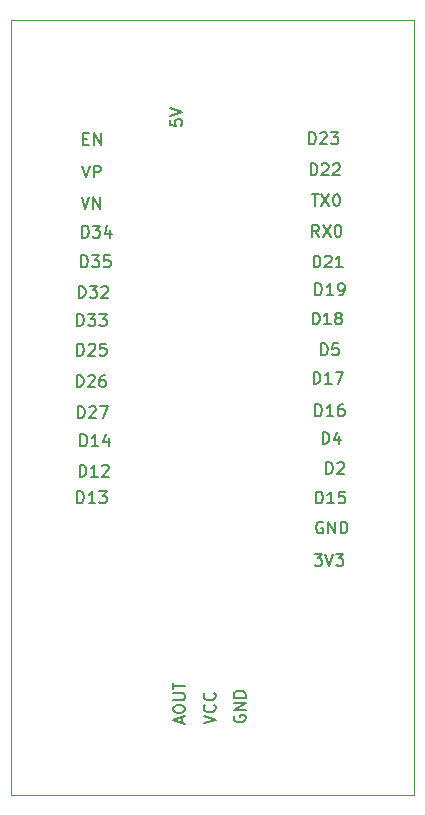
<source format=gto>
G04 #@! TF.GenerationSoftware,KiCad,Pcbnew,(6.0.11-0)*
G04 #@! TF.CreationDate,2024-10-21T12:17:15+07:00*
G04 #@! TF.ProjectId,1,312e6b69-6361-4645-9f70-636258585858,rev?*
G04 #@! TF.SameCoordinates,Original*
G04 #@! TF.FileFunction,Legend,Top*
G04 #@! TF.FilePolarity,Positive*
%FSLAX46Y46*%
G04 Gerber Fmt 4.6, Leading zero omitted, Abs format (unit mm)*
G04 Created by KiCad (PCBNEW (6.0.11-0)) date 2024-10-21 12:17:15*
%MOMM*%
%LPD*%
G01*
G04 APERTURE LIST*
%ADD10C,0.150000*%
%ADD11C,0.120000*%
%ADD12C,1.800000*%
G04 APERTURE END LIST*
D10*
X131901904Y-66832380D02*
X131901904Y-65832380D01*
X132140000Y-65832380D01*
X132282857Y-65880000D01*
X132378095Y-65975238D01*
X132425714Y-66070476D01*
X132473333Y-66260952D01*
X132473333Y-66403809D01*
X132425714Y-66594285D01*
X132378095Y-66689523D01*
X132282857Y-66784761D01*
X132140000Y-66832380D01*
X131901904Y-66832380D01*
X132854285Y-65927619D02*
X132901904Y-65880000D01*
X132997142Y-65832380D01*
X133235238Y-65832380D01*
X133330476Y-65880000D01*
X133378095Y-65927619D01*
X133425714Y-66022857D01*
X133425714Y-66118095D01*
X133378095Y-66260952D01*
X132806666Y-66832380D01*
X133425714Y-66832380D01*
X111182857Y-43372380D02*
X111516190Y-44372380D01*
X111849523Y-43372380D01*
X112182857Y-44372380D02*
X112182857Y-43372380D01*
X112754285Y-44372380D01*
X112754285Y-43372380D01*
X130681904Y-43142380D02*
X131253333Y-43142380D01*
X130967619Y-44142380D02*
X130967619Y-43142380D01*
X131491428Y-43142380D02*
X132158095Y-44142380D01*
X132158095Y-43142380D02*
X131491428Y-44142380D01*
X132729523Y-43142380D02*
X132824761Y-43142380D01*
X132920000Y-43190000D01*
X132967619Y-43237619D01*
X133015238Y-43332857D01*
X133062857Y-43523333D01*
X133062857Y-43761428D01*
X133015238Y-43951904D01*
X132967619Y-44047142D01*
X132920000Y-44094761D01*
X132824761Y-44142380D01*
X132729523Y-44142380D01*
X132634285Y-44094761D01*
X132586666Y-44047142D01*
X132539047Y-43951904D01*
X132491428Y-43761428D01*
X132491428Y-43523333D01*
X132539047Y-43332857D01*
X132586666Y-43237619D01*
X132634285Y-43190000D01*
X132729523Y-43142380D01*
X111165714Y-49332380D02*
X111165714Y-48332380D01*
X111403809Y-48332380D01*
X111546666Y-48380000D01*
X111641904Y-48475238D01*
X111689523Y-48570476D01*
X111737142Y-48760952D01*
X111737142Y-48903809D01*
X111689523Y-49094285D01*
X111641904Y-49189523D01*
X111546666Y-49284761D01*
X111403809Y-49332380D01*
X111165714Y-49332380D01*
X112070476Y-48332380D02*
X112689523Y-48332380D01*
X112356190Y-48713333D01*
X112499047Y-48713333D01*
X112594285Y-48760952D01*
X112641904Y-48808571D01*
X112689523Y-48903809D01*
X112689523Y-49141904D01*
X112641904Y-49237142D01*
X112594285Y-49284761D01*
X112499047Y-49332380D01*
X112213333Y-49332380D01*
X112118095Y-49284761D01*
X112070476Y-49237142D01*
X113594285Y-48332380D02*
X113118095Y-48332380D01*
X113070476Y-48808571D01*
X113118095Y-48760952D01*
X113213333Y-48713333D01*
X113451428Y-48713333D01*
X113546666Y-48760952D01*
X113594285Y-48808571D01*
X113641904Y-48903809D01*
X113641904Y-49141904D01*
X113594285Y-49237142D01*
X113546666Y-49284761D01*
X113451428Y-49332380D01*
X113213333Y-49332380D01*
X113118095Y-49284761D01*
X113070476Y-49237142D01*
X111331904Y-38468571D02*
X111665238Y-38468571D01*
X111808095Y-38992380D02*
X111331904Y-38992380D01*
X111331904Y-37992380D01*
X111808095Y-37992380D01*
X112236666Y-38992380D02*
X112236666Y-37992380D01*
X112808095Y-38992380D01*
X112808095Y-37992380D01*
X110825714Y-69302380D02*
X110825714Y-68302380D01*
X111063809Y-68302380D01*
X111206666Y-68350000D01*
X111301904Y-68445238D01*
X111349523Y-68540476D01*
X111397142Y-68730952D01*
X111397142Y-68873809D01*
X111349523Y-69064285D01*
X111301904Y-69159523D01*
X111206666Y-69254761D01*
X111063809Y-69302380D01*
X110825714Y-69302380D01*
X112349523Y-69302380D02*
X111778095Y-69302380D01*
X112063809Y-69302380D02*
X112063809Y-68302380D01*
X111968571Y-68445238D01*
X111873333Y-68540476D01*
X111778095Y-68588095D01*
X112682857Y-68302380D02*
X113301904Y-68302380D01*
X112968571Y-68683333D01*
X113111428Y-68683333D01*
X113206666Y-68730952D01*
X113254285Y-68778571D01*
X113301904Y-68873809D01*
X113301904Y-69111904D01*
X113254285Y-69207142D01*
X113206666Y-69254761D01*
X113111428Y-69302380D01*
X112825714Y-69302380D01*
X112730476Y-69254761D01*
X112682857Y-69207142D01*
X130445714Y-38902380D02*
X130445714Y-37902380D01*
X130683809Y-37902380D01*
X130826666Y-37950000D01*
X130921904Y-38045238D01*
X130969523Y-38140476D01*
X131017142Y-38330952D01*
X131017142Y-38473809D01*
X130969523Y-38664285D01*
X130921904Y-38759523D01*
X130826666Y-38854761D01*
X130683809Y-38902380D01*
X130445714Y-38902380D01*
X131398095Y-37997619D02*
X131445714Y-37950000D01*
X131540952Y-37902380D01*
X131779047Y-37902380D01*
X131874285Y-37950000D01*
X131921904Y-37997619D01*
X131969523Y-38092857D01*
X131969523Y-38188095D01*
X131921904Y-38330952D01*
X131350476Y-38902380D01*
X131969523Y-38902380D01*
X132302857Y-37902380D02*
X132921904Y-37902380D01*
X132588571Y-38283333D01*
X132731428Y-38283333D01*
X132826666Y-38330952D01*
X132874285Y-38378571D01*
X132921904Y-38473809D01*
X132921904Y-38711904D01*
X132874285Y-38807142D01*
X132826666Y-38854761D01*
X132731428Y-38902380D01*
X132445714Y-38902380D01*
X132350476Y-38854761D01*
X132302857Y-38807142D01*
X130575714Y-41542380D02*
X130575714Y-40542380D01*
X130813809Y-40542380D01*
X130956666Y-40590000D01*
X131051904Y-40685238D01*
X131099523Y-40780476D01*
X131147142Y-40970952D01*
X131147142Y-41113809D01*
X131099523Y-41304285D01*
X131051904Y-41399523D01*
X130956666Y-41494761D01*
X130813809Y-41542380D01*
X130575714Y-41542380D01*
X131528095Y-40637619D02*
X131575714Y-40590000D01*
X131670952Y-40542380D01*
X131909047Y-40542380D01*
X132004285Y-40590000D01*
X132051904Y-40637619D01*
X132099523Y-40732857D01*
X132099523Y-40828095D01*
X132051904Y-40970952D01*
X131480476Y-41542380D01*
X132099523Y-41542380D01*
X132480476Y-40637619D02*
X132528095Y-40590000D01*
X132623333Y-40542380D01*
X132861428Y-40542380D01*
X132956666Y-40590000D01*
X133004285Y-40637619D01*
X133051904Y-40732857D01*
X133051904Y-40828095D01*
X133004285Y-40970952D01*
X132432857Y-41542380D01*
X133051904Y-41542380D01*
X131608095Y-70910000D02*
X131512857Y-70862380D01*
X131370000Y-70862380D01*
X131227142Y-70910000D01*
X131131904Y-71005238D01*
X131084285Y-71100476D01*
X131036666Y-71290952D01*
X131036666Y-71433809D01*
X131084285Y-71624285D01*
X131131904Y-71719523D01*
X131227142Y-71814761D01*
X131370000Y-71862380D01*
X131465238Y-71862380D01*
X131608095Y-71814761D01*
X131655714Y-71767142D01*
X131655714Y-71433809D01*
X131465238Y-71433809D01*
X132084285Y-71862380D02*
X132084285Y-70862380D01*
X132655714Y-71862380D01*
X132655714Y-70862380D01*
X133131904Y-71862380D02*
X133131904Y-70862380D01*
X133370000Y-70862380D01*
X133512857Y-70910000D01*
X133608095Y-71005238D01*
X133655714Y-71100476D01*
X133703333Y-71290952D01*
X133703333Y-71433809D01*
X133655714Y-71624285D01*
X133608095Y-71719523D01*
X133512857Y-71814761D01*
X133370000Y-71862380D01*
X133131904Y-71862380D01*
X131591904Y-64282380D02*
X131591904Y-63282380D01*
X131830000Y-63282380D01*
X131972857Y-63330000D01*
X132068095Y-63425238D01*
X132115714Y-63520476D01*
X132163333Y-63710952D01*
X132163333Y-63853809D01*
X132115714Y-64044285D01*
X132068095Y-64139523D01*
X131972857Y-64234761D01*
X131830000Y-64282380D01*
X131591904Y-64282380D01*
X133020476Y-63615714D02*
X133020476Y-64282380D01*
X132782380Y-63234761D02*
X132544285Y-63949047D01*
X133163333Y-63949047D01*
X131277142Y-46742380D02*
X130943809Y-46266190D01*
X130705714Y-46742380D02*
X130705714Y-45742380D01*
X131086666Y-45742380D01*
X131181904Y-45790000D01*
X131229523Y-45837619D01*
X131277142Y-45932857D01*
X131277142Y-46075714D01*
X131229523Y-46170952D01*
X131181904Y-46218571D01*
X131086666Y-46266190D01*
X130705714Y-46266190D01*
X131610476Y-45742380D02*
X132277142Y-46742380D01*
X132277142Y-45742380D02*
X131610476Y-46742380D01*
X132848571Y-45742380D02*
X132943809Y-45742380D01*
X133039047Y-45790000D01*
X133086666Y-45837619D01*
X133134285Y-45932857D01*
X133181904Y-46123333D01*
X133181904Y-46361428D01*
X133134285Y-46551904D01*
X133086666Y-46647142D01*
X133039047Y-46694761D01*
X132943809Y-46742380D01*
X132848571Y-46742380D01*
X132753333Y-46694761D01*
X132705714Y-46647142D01*
X132658095Y-46551904D01*
X132610476Y-46361428D01*
X132610476Y-46123333D01*
X132658095Y-45932857D01*
X132705714Y-45837619D01*
X132753333Y-45790000D01*
X132848571Y-45742380D01*
X111225714Y-46812380D02*
X111225714Y-45812380D01*
X111463809Y-45812380D01*
X111606666Y-45860000D01*
X111701904Y-45955238D01*
X111749523Y-46050476D01*
X111797142Y-46240952D01*
X111797142Y-46383809D01*
X111749523Y-46574285D01*
X111701904Y-46669523D01*
X111606666Y-46764761D01*
X111463809Y-46812380D01*
X111225714Y-46812380D01*
X112130476Y-45812380D02*
X112749523Y-45812380D01*
X112416190Y-46193333D01*
X112559047Y-46193333D01*
X112654285Y-46240952D01*
X112701904Y-46288571D01*
X112749523Y-46383809D01*
X112749523Y-46621904D01*
X112701904Y-46717142D01*
X112654285Y-46764761D01*
X112559047Y-46812380D01*
X112273333Y-46812380D01*
X112178095Y-46764761D01*
X112130476Y-46717142D01*
X113606666Y-46145714D02*
X113606666Y-46812380D01*
X113368571Y-45764761D02*
X113130476Y-46479047D01*
X113749523Y-46479047D01*
X130765714Y-54162380D02*
X130765714Y-53162380D01*
X131003809Y-53162380D01*
X131146666Y-53210000D01*
X131241904Y-53305238D01*
X131289523Y-53400476D01*
X131337142Y-53590952D01*
X131337142Y-53733809D01*
X131289523Y-53924285D01*
X131241904Y-54019523D01*
X131146666Y-54114761D01*
X131003809Y-54162380D01*
X130765714Y-54162380D01*
X132289523Y-54162380D02*
X131718095Y-54162380D01*
X132003809Y-54162380D02*
X132003809Y-53162380D01*
X131908571Y-53305238D01*
X131813333Y-53400476D01*
X131718095Y-53448095D01*
X132860952Y-53590952D02*
X132765714Y-53543333D01*
X132718095Y-53495714D01*
X132670476Y-53400476D01*
X132670476Y-53352857D01*
X132718095Y-53257619D01*
X132765714Y-53210000D01*
X132860952Y-53162380D01*
X133051428Y-53162380D01*
X133146666Y-53210000D01*
X133194285Y-53257619D01*
X133241904Y-53352857D01*
X133241904Y-53400476D01*
X133194285Y-53495714D01*
X133146666Y-53543333D01*
X133051428Y-53590952D01*
X132860952Y-53590952D01*
X132765714Y-53638571D01*
X132718095Y-53686190D01*
X132670476Y-53781428D01*
X132670476Y-53971904D01*
X132718095Y-54067142D01*
X132765714Y-54114761D01*
X132860952Y-54162380D01*
X133051428Y-54162380D01*
X133146666Y-54114761D01*
X133194285Y-54067142D01*
X133241904Y-53971904D01*
X133241904Y-53781428D01*
X133194285Y-53686190D01*
X133146666Y-53638571D01*
X133051428Y-53590952D01*
X124120000Y-87281904D02*
X124072380Y-87377142D01*
X124072380Y-87520000D01*
X124120000Y-87662857D01*
X124215238Y-87758095D01*
X124310476Y-87805714D01*
X124500952Y-87853333D01*
X124643809Y-87853333D01*
X124834285Y-87805714D01*
X124929523Y-87758095D01*
X125024761Y-87662857D01*
X125072380Y-87520000D01*
X125072380Y-87424761D01*
X125024761Y-87281904D01*
X124977142Y-87234285D01*
X124643809Y-87234285D01*
X124643809Y-87424761D01*
X125072380Y-86805714D02*
X124072380Y-86805714D01*
X125072380Y-86234285D01*
X124072380Y-86234285D01*
X125072380Y-85758095D02*
X124072380Y-85758095D01*
X124072380Y-85520000D01*
X124120000Y-85377142D01*
X124215238Y-85281904D01*
X124310476Y-85234285D01*
X124500952Y-85186666D01*
X124643809Y-85186666D01*
X124834285Y-85234285D01*
X124929523Y-85281904D01*
X125024761Y-85377142D01*
X125072380Y-85520000D01*
X125072380Y-85758095D01*
X130975714Y-61942380D02*
X130975714Y-60942380D01*
X131213809Y-60942380D01*
X131356666Y-60990000D01*
X131451904Y-61085238D01*
X131499523Y-61180476D01*
X131547142Y-61370952D01*
X131547142Y-61513809D01*
X131499523Y-61704285D01*
X131451904Y-61799523D01*
X131356666Y-61894761D01*
X131213809Y-61942380D01*
X130975714Y-61942380D01*
X132499523Y-61942380D02*
X131928095Y-61942380D01*
X132213809Y-61942380D02*
X132213809Y-60942380D01*
X132118571Y-61085238D01*
X132023333Y-61180476D01*
X131928095Y-61228095D01*
X133356666Y-60942380D02*
X133166190Y-60942380D01*
X133070952Y-60990000D01*
X133023333Y-61037619D01*
X132928095Y-61180476D01*
X132880476Y-61370952D01*
X132880476Y-61751904D01*
X132928095Y-61847142D01*
X132975714Y-61894761D01*
X133070952Y-61942380D01*
X133261428Y-61942380D01*
X133356666Y-61894761D01*
X133404285Y-61847142D01*
X133451904Y-61751904D01*
X133451904Y-61513809D01*
X133404285Y-61418571D01*
X133356666Y-61370952D01*
X133261428Y-61323333D01*
X133070952Y-61323333D01*
X132975714Y-61370952D01*
X132928095Y-61418571D01*
X132880476Y-61513809D01*
X110825714Y-56802380D02*
X110825714Y-55802380D01*
X111063809Y-55802380D01*
X111206666Y-55850000D01*
X111301904Y-55945238D01*
X111349523Y-56040476D01*
X111397142Y-56230952D01*
X111397142Y-56373809D01*
X111349523Y-56564285D01*
X111301904Y-56659523D01*
X111206666Y-56754761D01*
X111063809Y-56802380D01*
X110825714Y-56802380D01*
X111778095Y-55897619D02*
X111825714Y-55850000D01*
X111920952Y-55802380D01*
X112159047Y-55802380D01*
X112254285Y-55850000D01*
X112301904Y-55897619D01*
X112349523Y-55992857D01*
X112349523Y-56088095D01*
X112301904Y-56230952D01*
X111730476Y-56802380D01*
X112349523Y-56802380D01*
X113254285Y-55802380D02*
X112778095Y-55802380D01*
X112730476Y-56278571D01*
X112778095Y-56230952D01*
X112873333Y-56183333D01*
X113111428Y-56183333D01*
X113206666Y-56230952D01*
X113254285Y-56278571D01*
X113301904Y-56373809D01*
X113301904Y-56611904D01*
X113254285Y-56707142D01*
X113206666Y-56754761D01*
X113111428Y-56802380D01*
X112873333Y-56802380D01*
X112778095Y-56754761D01*
X112730476Y-56707142D01*
X130835714Y-59182380D02*
X130835714Y-58182380D01*
X131073809Y-58182380D01*
X131216666Y-58230000D01*
X131311904Y-58325238D01*
X131359523Y-58420476D01*
X131407142Y-58610952D01*
X131407142Y-58753809D01*
X131359523Y-58944285D01*
X131311904Y-59039523D01*
X131216666Y-59134761D01*
X131073809Y-59182380D01*
X130835714Y-59182380D01*
X132359523Y-59182380D02*
X131788095Y-59182380D01*
X132073809Y-59182380D02*
X132073809Y-58182380D01*
X131978571Y-58325238D01*
X131883333Y-58420476D01*
X131788095Y-58468095D01*
X132692857Y-58182380D02*
X133359523Y-58182380D01*
X132930952Y-59182380D01*
X111095714Y-64482380D02*
X111095714Y-63482380D01*
X111333809Y-63482380D01*
X111476666Y-63530000D01*
X111571904Y-63625238D01*
X111619523Y-63720476D01*
X111667142Y-63910952D01*
X111667142Y-64053809D01*
X111619523Y-64244285D01*
X111571904Y-64339523D01*
X111476666Y-64434761D01*
X111333809Y-64482380D01*
X111095714Y-64482380D01*
X112619523Y-64482380D02*
X112048095Y-64482380D01*
X112333809Y-64482380D02*
X112333809Y-63482380D01*
X112238571Y-63625238D01*
X112143333Y-63720476D01*
X112048095Y-63768095D01*
X113476666Y-63815714D02*
X113476666Y-64482380D01*
X113238571Y-63434761D02*
X113000476Y-64149047D01*
X113619523Y-64149047D01*
X111266666Y-40722380D02*
X111600000Y-41722380D01*
X111933333Y-40722380D01*
X112266666Y-41722380D02*
X112266666Y-40722380D01*
X112647619Y-40722380D01*
X112742857Y-40770000D01*
X112790476Y-40817619D01*
X112838095Y-40912857D01*
X112838095Y-41055714D01*
X112790476Y-41150952D01*
X112742857Y-41198571D01*
X112647619Y-41246190D01*
X112266666Y-41246190D01*
X111025714Y-67062380D02*
X111025714Y-66062380D01*
X111263809Y-66062380D01*
X111406666Y-66110000D01*
X111501904Y-66205238D01*
X111549523Y-66300476D01*
X111597142Y-66490952D01*
X111597142Y-66633809D01*
X111549523Y-66824285D01*
X111501904Y-66919523D01*
X111406666Y-67014761D01*
X111263809Y-67062380D01*
X111025714Y-67062380D01*
X112549523Y-67062380D02*
X111978095Y-67062380D01*
X112263809Y-67062380D02*
X112263809Y-66062380D01*
X112168571Y-66205238D01*
X112073333Y-66300476D01*
X111978095Y-66348095D01*
X112930476Y-66157619D02*
X112978095Y-66110000D01*
X113073333Y-66062380D01*
X113311428Y-66062380D01*
X113406666Y-66110000D01*
X113454285Y-66157619D01*
X113501904Y-66252857D01*
X113501904Y-66348095D01*
X113454285Y-66490952D01*
X112882857Y-67062380D01*
X113501904Y-67062380D01*
X130975714Y-51682380D02*
X130975714Y-50682380D01*
X131213809Y-50682380D01*
X131356666Y-50730000D01*
X131451904Y-50825238D01*
X131499523Y-50920476D01*
X131547142Y-51110952D01*
X131547142Y-51253809D01*
X131499523Y-51444285D01*
X131451904Y-51539523D01*
X131356666Y-51634761D01*
X131213809Y-51682380D01*
X130975714Y-51682380D01*
X132499523Y-51682380D02*
X131928095Y-51682380D01*
X132213809Y-51682380D02*
X132213809Y-50682380D01*
X132118571Y-50825238D01*
X132023333Y-50920476D01*
X131928095Y-50968095D01*
X132975714Y-51682380D02*
X133166190Y-51682380D01*
X133261428Y-51634761D01*
X133309047Y-51587142D01*
X133404285Y-51444285D01*
X133451904Y-51253809D01*
X133451904Y-50872857D01*
X133404285Y-50777619D01*
X133356666Y-50730000D01*
X133261428Y-50682380D01*
X133070952Y-50682380D01*
X132975714Y-50730000D01*
X132928095Y-50777619D01*
X132880476Y-50872857D01*
X132880476Y-51110952D01*
X132928095Y-51206190D01*
X132975714Y-51253809D01*
X133070952Y-51301428D01*
X133261428Y-51301428D01*
X133356666Y-51253809D01*
X133404285Y-51206190D01*
X133451904Y-51110952D01*
X121532380Y-87953333D02*
X122532380Y-87620000D01*
X121532380Y-87286666D01*
X122437142Y-86381904D02*
X122484761Y-86429523D01*
X122532380Y-86572380D01*
X122532380Y-86667619D01*
X122484761Y-86810476D01*
X122389523Y-86905714D01*
X122294285Y-86953333D01*
X122103809Y-87000952D01*
X121960952Y-87000952D01*
X121770476Y-86953333D01*
X121675238Y-86905714D01*
X121580000Y-86810476D01*
X121532380Y-86667619D01*
X121532380Y-86572380D01*
X121580000Y-86429523D01*
X121627619Y-86381904D01*
X122437142Y-85381904D02*
X122484761Y-85429523D01*
X122532380Y-85572380D01*
X122532380Y-85667619D01*
X122484761Y-85810476D01*
X122389523Y-85905714D01*
X122294285Y-85953333D01*
X122103809Y-86000952D01*
X121960952Y-86000952D01*
X121770476Y-85953333D01*
X121675238Y-85905714D01*
X121580000Y-85810476D01*
X121532380Y-85667619D01*
X121532380Y-85572380D01*
X121580000Y-85429523D01*
X121627619Y-85381904D01*
X118692380Y-36840476D02*
X118692380Y-37316666D01*
X119168571Y-37364285D01*
X119120952Y-37316666D01*
X119073333Y-37221428D01*
X119073333Y-36983333D01*
X119120952Y-36888095D01*
X119168571Y-36840476D01*
X119263809Y-36792857D01*
X119501904Y-36792857D01*
X119597142Y-36840476D01*
X119644761Y-36888095D01*
X119692380Y-36983333D01*
X119692380Y-37221428D01*
X119644761Y-37316666D01*
X119597142Y-37364285D01*
X118692380Y-36507142D02*
X119692380Y-36173809D01*
X118692380Y-35840476D01*
X110885714Y-62102380D02*
X110885714Y-61102380D01*
X111123809Y-61102380D01*
X111266666Y-61150000D01*
X111361904Y-61245238D01*
X111409523Y-61340476D01*
X111457142Y-61530952D01*
X111457142Y-61673809D01*
X111409523Y-61864285D01*
X111361904Y-61959523D01*
X111266666Y-62054761D01*
X111123809Y-62102380D01*
X110885714Y-62102380D01*
X111838095Y-61197619D02*
X111885714Y-61150000D01*
X111980952Y-61102380D01*
X112219047Y-61102380D01*
X112314285Y-61150000D01*
X112361904Y-61197619D01*
X112409523Y-61292857D01*
X112409523Y-61388095D01*
X112361904Y-61530952D01*
X111790476Y-62102380D01*
X112409523Y-62102380D01*
X112742857Y-61102380D02*
X113409523Y-61102380D01*
X112980952Y-62102380D01*
X131451904Y-56782380D02*
X131451904Y-55782380D01*
X131690000Y-55782380D01*
X131832857Y-55830000D01*
X131928095Y-55925238D01*
X131975714Y-56020476D01*
X132023333Y-56210952D01*
X132023333Y-56353809D01*
X131975714Y-56544285D01*
X131928095Y-56639523D01*
X131832857Y-56734761D01*
X131690000Y-56782380D01*
X131451904Y-56782380D01*
X132928095Y-55782380D02*
X132451904Y-55782380D01*
X132404285Y-56258571D01*
X132451904Y-56210952D01*
X132547142Y-56163333D01*
X132785238Y-56163333D01*
X132880476Y-56210952D01*
X132928095Y-56258571D01*
X132975714Y-56353809D01*
X132975714Y-56591904D01*
X132928095Y-56687142D01*
X132880476Y-56734761D01*
X132785238Y-56782380D01*
X132547142Y-56782380D01*
X132451904Y-56734761D01*
X132404285Y-56687142D01*
X131055714Y-69322380D02*
X131055714Y-68322380D01*
X131293809Y-68322380D01*
X131436666Y-68370000D01*
X131531904Y-68465238D01*
X131579523Y-68560476D01*
X131627142Y-68750952D01*
X131627142Y-68893809D01*
X131579523Y-69084285D01*
X131531904Y-69179523D01*
X131436666Y-69274761D01*
X131293809Y-69322380D01*
X131055714Y-69322380D01*
X132579523Y-69322380D02*
X132008095Y-69322380D01*
X132293809Y-69322380D02*
X132293809Y-68322380D01*
X132198571Y-68465238D01*
X132103333Y-68560476D01*
X132008095Y-68608095D01*
X133484285Y-68322380D02*
X133008095Y-68322380D01*
X132960476Y-68798571D01*
X133008095Y-68750952D01*
X133103333Y-68703333D01*
X133341428Y-68703333D01*
X133436666Y-68750952D01*
X133484285Y-68798571D01*
X133531904Y-68893809D01*
X133531904Y-69131904D01*
X133484285Y-69227142D01*
X133436666Y-69274761D01*
X133341428Y-69322380D01*
X133103333Y-69322380D01*
X133008095Y-69274761D01*
X132960476Y-69227142D01*
X110825714Y-54292380D02*
X110825714Y-53292380D01*
X111063809Y-53292380D01*
X111206666Y-53340000D01*
X111301904Y-53435238D01*
X111349523Y-53530476D01*
X111397142Y-53720952D01*
X111397142Y-53863809D01*
X111349523Y-54054285D01*
X111301904Y-54149523D01*
X111206666Y-54244761D01*
X111063809Y-54292380D01*
X110825714Y-54292380D01*
X111730476Y-53292380D02*
X112349523Y-53292380D01*
X112016190Y-53673333D01*
X112159047Y-53673333D01*
X112254285Y-53720952D01*
X112301904Y-53768571D01*
X112349523Y-53863809D01*
X112349523Y-54101904D01*
X112301904Y-54197142D01*
X112254285Y-54244761D01*
X112159047Y-54292380D01*
X111873333Y-54292380D01*
X111778095Y-54244761D01*
X111730476Y-54197142D01*
X112682857Y-53292380D02*
X113301904Y-53292380D01*
X112968571Y-53673333D01*
X113111428Y-53673333D01*
X113206666Y-53720952D01*
X113254285Y-53768571D01*
X113301904Y-53863809D01*
X113301904Y-54101904D01*
X113254285Y-54197142D01*
X113206666Y-54244761D01*
X113111428Y-54292380D01*
X112825714Y-54292380D01*
X112730476Y-54244761D01*
X112682857Y-54197142D01*
X119656666Y-87926666D02*
X119656666Y-87450476D01*
X119942380Y-88021904D02*
X118942380Y-87688571D01*
X119942380Y-87355238D01*
X118942380Y-86831428D02*
X118942380Y-86640952D01*
X118990000Y-86545714D01*
X119085238Y-86450476D01*
X119275714Y-86402857D01*
X119609047Y-86402857D01*
X119799523Y-86450476D01*
X119894761Y-86545714D01*
X119942380Y-86640952D01*
X119942380Y-86831428D01*
X119894761Y-86926666D01*
X119799523Y-87021904D01*
X119609047Y-87069523D01*
X119275714Y-87069523D01*
X119085238Y-87021904D01*
X118990000Y-86926666D01*
X118942380Y-86831428D01*
X118942380Y-85974285D02*
X119751904Y-85974285D01*
X119847142Y-85926666D01*
X119894761Y-85879047D01*
X119942380Y-85783809D01*
X119942380Y-85593333D01*
X119894761Y-85498095D01*
X119847142Y-85450476D01*
X119751904Y-85402857D01*
X118942380Y-85402857D01*
X118942380Y-85069523D02*
X118942380Y-84498095D01*
X119942380Y-84783809D02*
X118942380Y-84783809D01*
X110955714Y-51912380D02*
X110955714Y-50912380D01*
X111193809Y-50912380D01*
X111336666Y-50960000D01*
X111431904Y-51055238D01*
X111479523Y-51150476D01*
X111527142Y-51340952D01*
X111527142Y-51483809D01*
X111479523Y-51674285D01*
X111431904Y-51769523D01*
X111336666Y-51864761D01*
X111193809Y-51912380D01*
X110955714Y-51912380D01*
X111860476Y-50912380D02*
X112479523Y-50912380D01*
X112146190Y-51293333D01*
X112289047Y-51293333D01*
X112384285Y-51340952D01*
X112431904Y-51388571D01*
X112479523Y-51483809D01*
X112479523Y-51721904D01*
X112431904Y-51817142D01*
X112384285Y-51864761D01*
X112289047Y-51912380D01*
X112003333Y-51912380D01*
X111908095Y-51864761D01*
X111860476Y-51817142D01*
X112860476Y-51007619D02*
X112908095Y-50960000D01*
X113003333Y-50912380D01*
X113241428Y-50912380D01*
X113336666Y-50960000D01*
X113384285Y-51007619D01*
X113431904Y-51102857D01*
X113431904Y-51198095D01*
X113384285Y-51340952D01*
X112812857Y-51912380D01*
X113431904Y-51912380D01*
X110785714Y-59452380D02*
X110785714Y-58452380D01*
X111023809Y-58452380D01*
X111166666Y-58500000D01*
X111261904Y-58595238D01*
X111309523Y-58690476D01*
X111357142Y-58880952D01*
X111357142Y-59023809D01*
X111309523Y-59214285D01*
X111261904Y-59309523D01*
X111166666Y-59404761D01*
X111023809Y-59452380D01*
X110785714Y-59452380D01*
X111738095Y-58547619D02*
X111785714Y-58500000D01*
X111880952Y-58452380D01*
X112119047Y-58452380D01*
X112214285Y-58500000D01*
X112261904Y-58547619D01*
X112309523Y-58642857D01*
X112309523Y-58738095D01*
X112261904Y-58880952D01*
X111690476Y-59452380D01*
X112309523Y-59452380D01*
X113166666Y-58452380D02*
X112976190Y-58452380D01*
X112880952Y-58500000D01*
X112833333Y-58547619D01*
X112738095Y-58690476D01*
X112690476Y-58880952D01*
X112690476Y-59261904D01*
X112738095Y-59357142D01*
X112785714Y-59404761D01*
X112880952Y-59452380D01*
X113071428Y-59452380D01*
X113166666Y-59404761D01*
X113214285Y-59357142D01*
X113261904Y-59261904D01*
X113261904Y-59023809D01*
X113214285Y-58928571D01*
X113166666Y-58880952D01*
X113071428Y-58833333D01*
X112880952Y-58833333D01*
X112785714Y-58880952D01*
X112738095Y-58928571D01*
X112690476Y-59023809D01*
X130921904Y-73602380D02*
X131540952Y-73602380D01*
X131207619Y-73983333D01*
X131350476Y-73983333D01*
X131445714Y-74030952D01*
X131493333Y-74078571D01*
X131540952Y-74173809D01*
X131540952Y-74411904D01*
X131493333Y-74507142D01*
X131445714Y-74554761D01*
X131350476Y-74602380D01*
X131064761Y-74602380D01*
X130969523Y-74554761D01*
X130921904Y-74507142D01*
X131826666Y-73602380D02*
X132160000Y-74602380D01*
X132493333Y-73602380D01*
X132731428Y-73602380D02*
X133350476Y-73602380D01*
X133017142Y-73983333D01*
X133160000Y-73983333D01*
X133255238Y-74030952D01*
X133302857Y-74078571D01*
X133350476Y-74173809D01*
X133350476Y-74411904D01*
X133302857Y-74507142D01*
X133255238Y-74554761D01*
X133160000Y-74602380D01*
X132874285Y-74602380D01*
X132779047Y-74554761D01*
X132731428Y-74507142D01*
X130835714Y-49342380D02*
X130835714Y-48342380D01*
X131073809Y-48342380D01*
X131216666Y-48390000D01*
X131311904Y-48485238D01*
X131359523Y-48580476D01*
X131407142Y-48770952D01*
X131407142Y-48913809D01*
X131359523Y-49104285D01*
X131311904Y-49199523D01*
X131216666Y-49294761D01*
X131073809Y-49342380D01*
X130835714Y-49342380D01*
X131788095Y-48437619D02*
X131835714Y-48390000D01*
X131930952Y-48342380D01*
X132169047Y-48342380D01*
X132264285Y-48390000D01*
X132311904Y-48437619D01*
X132359523Y-48532857D01*
X132359523Y-48628095D01*
X132311904Y-48770952D01*
X131740476Y-49342380D01*
X132359523Y-49342380D01*
X133311904Y-49342380D02*
X132740476Y-49342380D01*
X133026190Y-49342380D02*
X133026190Y-48342380D01*
X132930952Y-48485238D01*
X132835714Y-48580476D01*
X132740476Y-48628095D01*
D11*
X105200000Y-28410000D02*
X139370000Y-28410000D01*
X139370000Y-28410000D02*
X139370000Y-94000000D01*
X139370000Y-94000000D02*
X105200000Y-94000000D01*
X105200000Y-94000000D02*
X105200000Y-28410000D01*
%LPC*%
D12*
X119190000Y-33300000D03*
X124500000Y-89340000D03*
X109700000Y-38510000D03*
X124590000Y-33300000D03*
X119420000Y-89340000D03*
X121960000Y-89340000D03*
X109700000Y-41050000D03*
X109700000Y-43590000D03*
X109700000Y-46130000D03*
X109700000Y-48670000D03*
X109700000Y-51210000D03*
X109700000Y-53750000D03*
X109700000Y-56290000D03*
X109700000Y-58830000D03*
X109700000Y-61370000D03*
X109700000Y-63910000D03*
X109700000Y-66450000D03*
X109700000Y-68990000D03*
X109700000Y-71530000D03*
X109700000Y-74070000D03*
X134950000Y-38510000D03*
X134950000Y-41050000D03*
X134950000Y-43590000D03*
X134950000Y-46130000D03*
X134950000Y-48670000D03*
X134950000Y-51210000D03*
X134950000Y-53750000D03*
X134950000Y-56290000D03*
X134950000Y-58830000D03*
X134950000Y-61370000D03*
X134950000Y-63910000D03*
X134950000Y-66450000D03*
X134950000Y-68990000D03*
X134950000Y-71530000D03*
X134950000Y-74070000D03*
M02*

</source>
